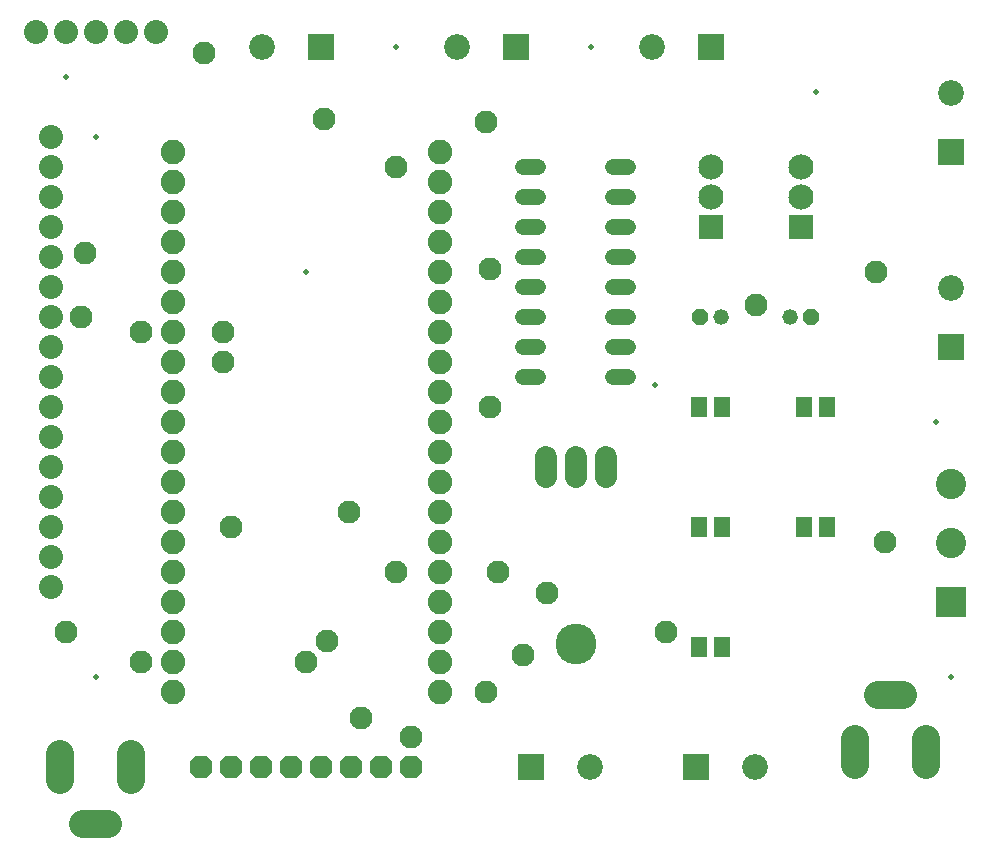
<source format=gbr>
G04 EAGLE Gerber RS-274X export*
G75*
%MOMM*%
%FSLAX34Y34*%
%LPD*%
%INSoldermask Top*%
%IPPOS*%
%AMOC8*
5,1,8,0,0,1.08239X$1,22.5*%
G01*
%ADD10C,0.502400*%
%ADD11C,2.336800*%
%ADD12R,1.452400X1.652400*%
%ADD13P,1.429621X8X22.500000*%
%ADD14C,1.320800*%
%ADD15P,1.429621X8X202.500000*%
%ADD16R,2.184400X2.184400*%
%ADD17C,2.184400*%
%ADD18C,1.828800*%
%ADD19C,3.454400*%
%ADD20C,1.371600*%
%ADD21P,2.089446X8X112.500000*%
%ADD22R,2.565400X2.565400*%
%ADD23C,2.565400*%
%ADD24C,2.032000*%
%ADD25R,2.132400X2.132400*%
%ADD26C,2.132400*%
%ADD27C,2.082800*%
%ADD28C,1.950725*%


D10*
X88900Y774700D03*
X114300Y723900D03*
X114300Y266700D03*
X292100Y609600D03*
X368300Y800100D03*
X533400Y800100D03*
X723900Y762000D03*
X825500Y482600D03*
X588010Y514350D03*
X838200Y266700D03*
D11*
X125222Y142500D02*
X103378Y142500D01*
X84300Y179578D02*
X84300Y201422D01*
X144300Y201422D02*
X144300Y179578D01*
D12*
X625500Y292100D03*
X644500Y292100D03*
D13*
X720090Y571500D03*
D14*
X702310Y571500D03*
D15*
X626110Y571500D03*
D14*
X643890Y571500D03*
D16*
X635000Y800100D03*
D17*
X585000Y800100D03*
D16*
X838200Y711200D03*
D17*
X838200Y761200D03*
D16*
X838200Y546100D03*
D17*
X838200Y596100D03*
D18*
X546100Y452882D02*
X546100Y436118D01*
X520700Y436118D02*
X520700Y452882D01*
X495300Y452882D02*
X495300Y436118D01*
D19*
X520700Y294640D03*
D20*
X488696Y698500D02*
X476504Y698500D01*
X476504Y673100D02*
X488696Y673100D01*
X488696Y546100D02*
X476504Y546100D01*
X476504Y520700D02*
X488696Y520700D01*
X488696Y647700D02*
X476504Y647700D01*
X476504Y622300D02*
X488696Y622300D01*
X488696Y571500D02*
X476504Y571500D01*
X476504Y596900D02*
X488696Y596900D01*
X552704Y520700D02*
X564896Y520700D01*
X564896Y546100D02*
X552704Y546100D01*
X552704Y571500D02*
X564896Y571500D01*
X564896Y596900D02*
X552704Y596900D01*
X552704Y622300D02*
X564896Y622300D01*
X564896Y647700D02*
X552704Y647700D01*
X552704Y673100D02*
X564896Y673100D01*
X564896Y698500D02*
X552704Y698500D01*
D11*
X776478Y251200D02*
X798322Y251200D01*
X817400Y214122D02*
X817400Y192278D01*
X757400Y192278D02*
X757400Y214122D01*
D21*
X203200Y190500D03*
X228600Y190500D03*
X254000Y190500D03*
X279400Y190500D03*
X304800Y190500D03*
X330200Y190500D03*
X355600Y190500D03*
X381000Y190500D03*
D16*
X469900Y800100D03*
D17*
X419900Y800100D03*
D16*
X482600Y190500D03*
D17*
X532600Y190500D03*
D12*
X733400Y393700D03*
X714400Y393700D03*
X625500Y393700D03*
X644500Y393700D03*
X714400Y495300D03*
X733400Y495300D03*
X625500Y495300D03*
X644500Y495300D03*
D22*
X838200Y330200D03*
D23*
X838200Y380200D03*
X838200Y430200D03*
D16*
X622300Y190500D03*
D17*
X672300Y190500D03*
D24*
X63500Y812800D03*
X88900Y812800D03*
X114300Y812800D03*
X139700Y812800D03*
X165100Y812800D03*
D16*
X304800Y800100D03*
D17*
X254800Y800100D03*
D25*
X711200Y647700D03*
D26*
X711200Y673100D03*
X711200Y698500D03*
D25*
X635000Y647700D03*
D26*
X635000Y673100D03*
X635000Y698500D03*
D24*
X76200Y342900D03*
X76200Y368300D03*
X76200Y393700D03*
X76200Y419100D03*
X76200Y444500D03*
X76200Y469900D03*
X76200Y495300D03*
X76200Y520700D03*
X76200Y546100D03*
X76200Y571500D03*
X76200Y596900D03*
X76200Y622300D03*
X76200Y647700D03*
X76200Y673100D03*
X76200Y698500D03*
X76200Y723900D03*
D27*
X406300Y253900D03*
X406300Y279300D03*
X406300Y304700D03*
X406300Y330100D03*
X406300Y355500D03*
X406300Y380900D03*
X406300Y406300D03*
X406300Y431700D03*
X406300Y457100D03*
X406300Y482500D03*
X406300Y507900D03*
X406300Y533300D03*
X406300Y558700D03*
X406300Y584100D03*
X406300Y609500D03*
X406300Y634900D03*
X406300Y660300D03*
X406300Y685700D03*
X406300Y711100D03*
X179800Y253900D03*
X179800Y279300D03*
X179800Y304700D03*
X179800Y330100D03*
X179800Y355500D03*
X179800Y380900D03*
X179800Y406300D03*
X179800Y431700D03*
X179800Y457100D03*
X179800Y482500D03*
X179800Y507900D03*
X179800Y533300D03*
X179800Y558700D03*
X179800Y584100D03*
X179800Y609500D03*
X179800Y634900D03*
X179800Y660300D03*
X179800Y685700D03*
X179800Y711100D03*
D28*
X496570Y337820D03*
X673100Y581660D03*
X454660Y355600D03*
X444600Y253900D03*
X774700Y609600D03*
X339090Y232410D03*
X222350Y533300D03*
X292100Y279400D03*
X222350Y558700D03*
X309880Y297180D03*
X381000Y215900D03*
X782320Y381000D03*
X444500Y736600D03*
X448310Y612140D03*
X328930Y406400D03*
X368400Y355500D03*
X205740Y795020D03*
X228600Y393700D03*
X88900Y304800D03*
X105410Y626110D03*
X152400Y558800D03*
X101600Y571500D03*
X152500Y279300D03*
X476250Y285750D03*
X596900Y304800D03*
X307340Y739140D03*
X448310Y495300D03*
X368300Y698500D03*
M02*

</source>
